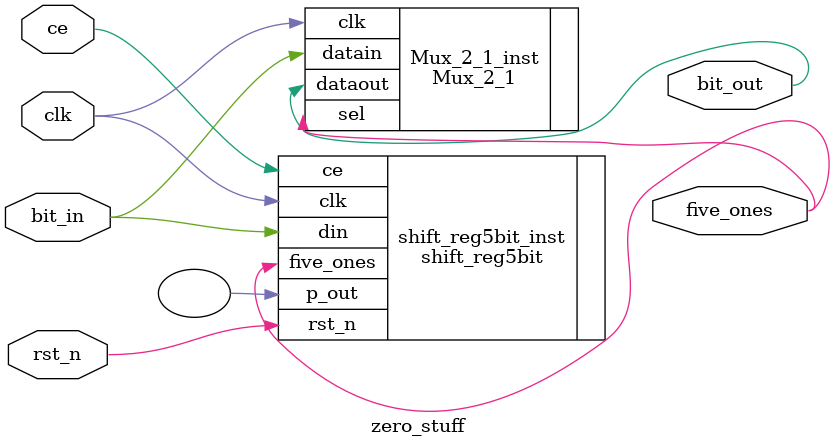
<source format=v>
module zero_stuff(
input wire clk,
input wire rst_n,
input wire ce,
input bit_in,
output bit_out,
output five_ones
);




shift_reg5bit shift_reg5bit_inst(
.clk(clk),
.rst_n(rst_n),
.din(bit_in),
.ce(ce),
.five_ones( five_ones),
.p_out()
);


Mux_2_1 Mux_2_1_inst (

.clk(clk),
.sel(five_ones),
.datain(bit_in),
.dataout(bit_out)

);

endmodule



</source>
